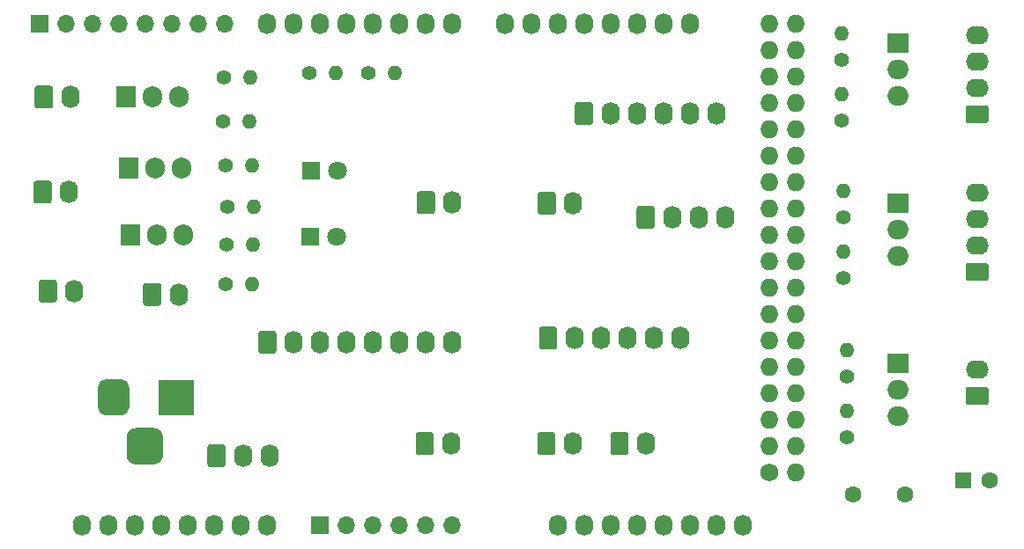
<source format=gbr>
G04 #@! TF.GenerationSoftware,KiCad,Pcbnew,(5.1.9-0-10_14)*
G04 #@! TF.CreationDate,2022-06-30T11:53:04+10:00*
G04 #@! TF.ProjectId,Hornet Forward Output Upper Shield,486f726e-6574-4204-966f-727761726420,rev?*
G04 #@! TF.SameCoordinates,Original*
G04 #@! TF.FileFunction,Soldermask,Top*
G04 #@! TF.FilePolarity,Negative*
%FSLAX46Y46*%
G04 Gerber Fmt 4.6, Leading zero omitted, Abs format (unit mm)*
G04 Created by KiCad (PCBNEW (5.1.9-0-10_14)) date 2022-06-30 11:53:04*
%MOMM*%
%LPD*%
G01*
G04 APERTURE LIST*
%ADD10O,1.740000X2.200000*%
%ADD11C,1.400000*%
%ADD12O,1.400000X1.400000*%
%ADD13O,1.905000X2.000000*%
%ADD14R,1.905000X2.000000*%
%ADD15O,2.000000X1.905000*%
%ADD16R,2.000000X1.905000*%
%ADD17C,1.600000*%
%ADD18R,1.600000X1.600000*%
%ADD19O,2.200000X1.740000*%
%ADD20R,3.500000X3.500000*%
%ADD21C,1.800000*%
%ADD22R,1.800000X1.800000*%
%ADD23O,1.700000X1.700000*%
%ADD24R,1.700000X1.700000*%
%ADD25C,1.727200*%
%ADD26O,1.727200X1.727200*%
%ADD27O,1.727200X2.032000*%
G04 APERTURE END LIST*
D10*
X166878000Y-101498000D03*
X164338000Y-101498000D03*
X161798000Y-101498000D03*
X159258000Y-101498000D03*
X156718000Y-101498000D03*
X154178000Y-101498000D03*
X151638000Y-101498000D03*
G36*
G01*
X148228000Y-102348001D02*
X148228000Y-100647999D01*
G75*
G02*
X148477999Y-100398000I249999J0D01*
G01*
X149718001Y-100398000D01*
G75*
G02*
X149968000Y-100647999I0J-249999D01*
G01*
X149968000Y-102348001D01*
G75*
G02*
X149718001Y-102598000I-249999J0D01*
G01*
X148477999Y-102598000D01*
G75*
G02*
X148228000Y-102348001I0J249999D01*
G01*
G37*
X188773000Y-101092000D03*
X186233000Y-101092000D03*
X183693000Y-101092000D03*
X181153000Y-101092000D03*
X178613000Y-101092000D03*
G36*
G01*
X175203000Y-101942001D02*
X175203000Y-100241999D01*
G75*
G02*
X175452999Y-99992000I249999J0D01*
G01*
X176693001Y-99992000D01*
G75*
G02*
X176943000Y-100241999I0J-249999D01*
G01*
X176943000Y-101942001D01*
G75*
G02*
X176693001Y-102192000I-249999J0D01*
G01*
X175452999Y-102192000D01*
G75*
G02*
X175203000Y-101942001I0J249999D01*
G01*
G37*
X178447000Y-111252000D03*
G36*
G01*
X175037000Y-112102001D02*
X175037000Y-110401999D01*
G75*
G02*
X175286999Y-110152000I249999J0D01*
G01*
X176527001Y-110152000D01*
G75*
G02*
X176777000Y-110401999I0J-249999D01*
G01*
X176777000Y-112102001D01*
G75*
G02*
X176527001Y-112352000I-249999J0D01*
G01*
X175286999Y-112352000D01*
G75*
G02*
X175037000Y-112102001I0J249999D01*
G01*
G37*
X166763000Y-111252000D03*
G36*
G01*
X163353000Y-112102001D02*
X163353000Y-110401999D01*
G75*
G02*
X163602999Y-110152000I249999J0D01*
G01*
X164843001Y-110152000D01*
G75*
G02*
X165093000Y-110401999I0J-249999D01*
G01*
X165093000Y-112102001D01*
G75*
G02*
X164843001Y-112352000I-249999J0D01*
G01*
X163602999Y-112352000D01*
G75*
G02*
X163353000Y-112102001I0J249999D01*
G01*
G37*
D11*
X144844000Y-80264000D03*
D12*
X147384000Y-80264000D03*
D11*
X144970000Y-76009500D03*
D12*
X147510000Y-76009500D03*
D13*
X140652000Y-77851000D03*
X138112000Y-77851000D03*
D14*
X135572000Y-77851000D03*
D10*
X130175000Y-77914500D03*
G36*
G01*
X126765000Y-78764501D02*
X126765000Y-77064499D01*
G75*
G02*
X127014999Y-76814500I249999J0D01*
G01*
X128255001Y-76814500D01*
G75*
G02*
X128505000Y-77064499I0J-249999D01*
G01*
X128505000Y-78764501D01*
G75*
G02*
X128255001Y-79014500I-249999J0D01*
G01*
X127014999Y-79014500D01*
G75*
G02*
X126765000Y-78764501I0J249999D01*
G01*
G37*
D13*
X141034000Y-91186000D03*
X138494000Y-91186000D03*
D14*
X135954000Y-91186000D03*
D15*
X209740000Y-108585000D03*
X209740000Y-106045000D03*
D16*
X209740000Y-103505000D03*
D13*
X140843000Y-84709000D03*
X138303000Y-84709000D03*
D14*
X135763000Y-84709000D03*
D15*
X209740000Y-93186200D03*
X209740000Y-90646200D03*
D16*
X209740000Y-88106200D03*
D15*
X209740000Y-77787500D03*
X209740000Y-75247500D03*
D16*
X209740000Y-72707500D03*
D11*
X145288000Y-88455500D03*
D12*
X147828000Y-88455500D03*
D11*
X204280000Y-80200500D03*
D12*
X204280000Y-77660500D03*
D11*
X204470000Y-95313500D03*
D12*
X204470000Y-92773500D03*
D11*
X145098000Y-95885000D03*
D12*
X147638000Y-95885000D03*
D11*
X204788000Y-110616000D03*
D12*
X204788000Y-108076000D03*
D17*
X205414000Y-116129000D03*
X210414000Y-116129000D03*
X218502000Y-114808000D03*
D18*
X216002000Y-114808000D03*
D10*
X140589000Y-96901000D03*
G36*
G01*
X137179000Y-97751001D02*
X137179000Y-96050999D01*
G75*
G02*
X137428999Y-95801000I249999J0D01*
G01*
X138669001Y-95801000D01*
G75*
G02*
X138919000Y-96050999I0J-249999D01*
G01*
X138919000Y-97751001D01*
G75*
G02*
X138669001Y-98001000I-249999J0D01*
G01*
X137428999Y-98001000D01*
G75*
G02*
X137179000Y-97751001I0J249999D01*
G01*
G37*
D19*
X217297000Y-104140000D03*
G36*
G01*
X218147001Y-107550000D02*
X216446999Y-107550000D01*
G75*
G02*
X216197000Y-107300001I0J249999D01*
G01*
X216197000Y-106059999D01*
G75*
G02*
X216446999Y-105810000I249999J0D01*
G01*
X218147001Y-105810000D01*
G75*
G02*
X218397000Y-106059999I0J-249999D01*
G01*
X218397000Y-107300001D01*
G75*
G02*
X218147001Y-107550000I-249999J0D01*
G01*
G37*
D11*
X145224000Y-92138500D03*
D12*
X147764000Y-92138500D03*
D11*
X204788000Y-104774000D03*
D12*
X204788000Y-102234000D03*
D11*
X145098000Y-84455000D03*
D12*
X147638000Y-84455000D03*
D11*
X204470000Y-89471500D03*
D12*
X204470000Y-86931500D03*
D11*
X204280000Y-74358500D03*
D12*
X204280000Y-71818500D03*
D19*
X217297000Y-71945500D03*
X217297000Y-74485500D03*
X217297000Y-77025500D03*
G36*
G01*
X218147001Y-80435500D02*
X216446999Y-80435500D01*
G75*
G02*
X216197000Y-80185501I0J249999D01*
G01*
X216197000Y-78945499D01*
G75*
G02*
X216446999Y-78695500I249999J0D01*
G01*
X218147001Y-78695500D01*
G75*
G02*
X218397000Y-78945499I0J-249999D01*
G01*
X218397000Y-80185501D01*
G75*
G02*
X218147001Y-80435500I-249999J0D01*
G01*
G37*
D10*
X130048000Y-87058500D03*
G36*
G01*
X126638000Y-87908501D02*
X126638000Y-86208499D01*
G75*
G02*
X126887999Y-85958500I249999J0D01*
G01*
X128128001Y-85958500D01*
G75*
G02*
X128378000Y-86208499I0J-249999D01*
G01*
X128378000Y-87908501D01*
G75*
G02*
X128128001Y-88158500I-249999J0D01*
G01*
X126887999Y-88158500D01*
G75*
G02*
X126638000Y-87908501I0J249999D01*
G01*
G37*
D19*
X217297000Y-87122000D03*
X217297000Y-89662000D03*
X217297000Y-92202000D03*
G36*
G01*
X218147001Y-95612000D02*
X216446999Y-95612000D01*
G75*
G02*
X216197000Y-95362001I0J249999D01*
G01*
X216197000Y-94121999D01*
G75*
G02*
X216446999Y-93872000I249999J0D01*
G01*
X218147001Y-93872000D01*
G75*
G02*
X218397000Y-94121999I0J-249999D01*
G01*
X218397000Y-95362001D01*
G75*
G02*
X218147001Y-95612000I-249999J0D01*
G01*
G37*
D10*
X130556000Y-96583500D03*
G36*
G01*
X127146000Y-97433501D02*
X127146000Y-95733499D01*
G75*
G02*
X127395999Y-95483500I249999J0D01*
G01*
X128636001Y-95483500D01*
G75*
G02*
X128886000Y-95733499I0J-249999D01*
G01*
X128886000Y-97433501D01*
G75*
G02*
X128636001Y-97683500I-249999J0D01*
G01*
X127395999Y-97683500D01*
G75*
G02*
X127146000Y-97433501I0J249999D01*
G01*
G37*
X185496000Y-111252000D03*
G36*
G01*
X182086000Y-112102001D02*
X182086000Y-110401999D01*
G75*
G02*
X182335999Y-110152000I249999J0D01*
G01*
X183576001Y-110152000D01*
G75*
G02*
X183826000Y-110401999I0J-249999D01*
G01*
X183826000Y-112102001D01*
G75*
G02*
X183576001Y-112352000I-249999J0D01*
G01*
X182335999Y-112352000D01*
G75*
G02*
X182086000Y-112102001I0J249999D01*
G01*
G37*
X149301000Y-112420000D03*
X146761000Y-112420000D03*
G36*
G01*
X143351000Y-113270001D02*
X143351000Y-111569999D01*
G75*
G02*
X143600999Y-111320000I249999J0D01*
G01*
X144841001Y-111320000D01*
G75*
G02*
X145091000Y-111569999I0J-249999D01*
G01*
X145091000Y-113270001D01*
G75*
G02*
X144841001Y-113520000I-249999J0D01*
G01*
X143600999Y-113520000D01*
G75*
G02*
X143351000Y-113270001I0J249999D01*
G01*
G37*
X166878000Y-88074500D03*
G36*
G01*
X163468000Y-88924501D02*
X163468000Y-87224499D01*
G75*
G02*
X163717999Y-86974500I249999J0D01*
G01*
X164958001Y-86974500D01*
G75*
G02*
X165208000Y-87224499I0J-249999D01*
G01*
X165208000Y-88924501D01*
G75*
G02*
X164958001Y-89174500I-249999J0D01*
G01*
X163717999Y-89174500D01*
G75*
G02*
X163468000Y-88924501I0J249999D01*
G01*
G37*
G36*
G01*
X135585000Y-112382000D02*
X135585000Y-110632000D01*
G75*
G02*
X136460000Y-109757000I875000J0D01*
G01*
X138210000Y-109757000D01*
G75*
G02*
X139085000Y-110632000I0J-875000D01*
G01*
X139085000Y-112382000D01*
G75*
G02*
X138210000Y-113257000I-875000J0D01*
G01*
X136460000Y-113257000D01*
G75*
G02*
X135585000Y-112382000I0J875000D01*
G01*
G37*
G36*
G01*
X132835000Y-107807000D02*
X132835000Y-105807000D01*
G75*
G02*
X133585000Y-105057000I750000J0D01*
G01*
X135085000Y-105057000D01*
G75*
G02*
X135835000Y-105807000I0J-750000D01*
G01*
X135835000Y-107807000D01*
G75*
G02*
X135085000Y-108557000I-750000J0D01*
G01*
X133585000Y-108557000D01*
G75*
G02*
X132835000Y-107807000I0J750000D01*
G01*
G37*
D20*
X140335000Y-106807000D03*
D10*
X193078000Y-89484200D03*
X190538000Y-89484200D03*
X187998000Y-89484200D03*
G36*
G01*
X184588000Y-90334201D02*
X184588000Y-88634199D01*
G75*
G02*
X184837999Y-88384200I249999J0D01*
G01*
X186078001Y-88384200D01*
G75*
G02*
X186328000Y-88634199I0J-249999D01*
G01*
X186328000Y-90334201D01*
G75*
G02*
X186078001Y-90584200I-249999J0D01*
G01*
X184837999Y-90584200D01*
G75*
G02*
X184588000Y-90334201I0J249999D01*
G01*
G37*
D11*
X158814000Y-75565000D03*
D12*
X161354000Y-75565000D03*
D11*
X153162000Y-75628500D03*
D12*
X155702000Y-75628500D03*
D10*
X192227000Y-79502000D03*
X189687000Y-79502000D03*
X187147000Y-79502000D03*
X184607000Y-79502000D03*
X182067000Y-79502000D03*
G36*
G01*
X178657000Y-80352001D02*
X178657000Y-78651999D01*
G75*
G02*
X178906999Y-78402000I249999J0D01*
G01*
X180147001Y-78402000D01*
G75*
G02*
X180397000Y-78651999I0J-249999D01*
G01*
X180397000Y-80352001D01*
G75*
G02*
X180147001Y-80602000I-249999J0D01*
G01*
X178906999Y-80602000D01*
G75*
G02*
X178657000Y-80352001I0J249999D01*
G01*
G37*
X178498000Y-88138000D03*
G36*
G01*
X175088000Y-88988001D02*
X175088000Y-87287999D01*
G75*
G02*
X175337999Y-87038000I249999J0D01*
G01*
X176578001Y-87038000D01*
G75*
G02*
X176828000Y-87287999I0J-249999D01*
G01*
X176828000Y-88988001D01*
G75*
G02*
X176578001Y-89238000I-249999J0D01*
G01*
X175337999Y-89238000D01*
G75*
G02*
X175088000Y-88988001I0J249999D01*
G01*
G37*
D21*
X155766000Y-91376500D03*
D22*
X153226000Y-91376500D03*
D21*
X155829000Y-84963000D03*
D22*
X153289000Y-84963000D03*
D23*
X145034000Y-70866000D03*
X142494000Y-70866000D03*
X139954000Y-70866000D03*
X137414000Y-70866000D03*
X134874000Y-70866000D03*
X132334000Y-70866000D03*
X129794000Y-70866000D03*
D24*
X127254000Y-70866000D03*
D23*
X166878000Y-119126000D03*
X164338000Y-119126000D03*
X161798000Y-119126000D03*
X159258000Y-119126000D03*
X156718000Y-119126000D03*
D24*
X154178000Y-119126000D03*
D25*
X197358000Y-114046000D03*
D26*
X199898000Y-114046000D03*
X197358000Y-111506000D03*
X199898000Y-111506000D03*
X197358000Y-108966000D03*
X199898000Y-108966000D03*
X197358000Y-106426000D03*
X199898000Y-106426000D03*
X197358000Y-103886000D03*
X199898000Y-103886000D03*
X197358000Y-101346000D03*
X199898000Y-101346000D03*
X197358000Y-98806000D03*
X199898000Y-98806000D03*
X197358000Y-96266000D03*
X199898000Y-96266000D03*
X197358000Y-93726000D03*
X199898000Y-93726000D03*
X197358000Y-91186000D03*
X199898000Y-91186000D03*
X197358000Y-88646000D03*
X199898000Y-88646000D03*
X197358000Y-86106000D03*
X199898000Y-86106000D03*
X197358000Y-83566000D03*
X199898000Y-83566000D03*
X197358000Y-81026000D03*
X199898000Y-81026000D03*
X197358000Y-78486000D03*
X199898000Y-78486000D03*
X197358000Y-75946000D03*
X199898000Y-75946000D03*
X197358000Y-73406000D03*
X199898000Y-73406000D03*
X197358000Y-70866000D03*
X199898000Y-70866000D03*
D27*
X131318000Y-119126000D03*
X133858000Y-119126000D03*
X136398000Y-119126000D03*
X138938000Y-119126000D03*
X141478000Y-119126000D03*
X144018000Y-119126000D03*
X146558000Y-119126000D03*
X149098000Y-119126000D03*
X177038000Y-119126000D03*
X179578000Y-119126000D03*
X182118000Y-119126000D03*
X184658000Y-119126000D03*
X187198000Y-119126000D03*
X189738000Y-119126000D03*
X192278000Y-119126000D03*
X194818000Y-119126000D03*
X149098000Y-70866000D03*
X151638000Y-70866000D03*
X154178000Y-70866000D03*
X156718000Y-70866000D03*
X159258000Y-70866000D03*
X161798000Y-70866000D03*
X164338000Y-70866000D03*
X166878000Y-70866000D03*
X171958000Y-70866000D03*
X174498000Y-70866000D03*
X177038000Y-70866000D03*
X179578000Y-70866000D03*
X182118000Y-70866000D03*
X184658000Y-70866000D03*
X187198000Y-70866000D03*
X189738000Y-70866000D03*
M02*

</source>
